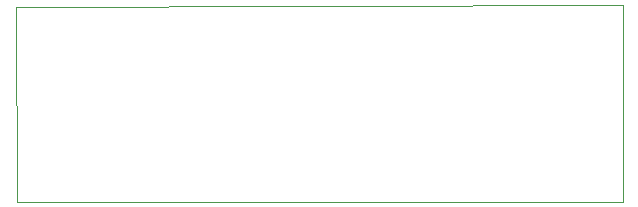
<source format=gbr>
G04 #@! TF.GenerationSoftware,KiCad,Pcbnew,(6.0.0-rc1-dev-305-gf0b8b21)*
G04 #@! TF.CreationDate,2020-01-16T15:25:50-08:00*
G04 #@! TF.ProjectId,29.4MHz_Bandpass_Filter_Rev1,32392E344D487A5F42616E6470617373,rev?*
G04 #@! TF.SameCoordinates,Original*
G04 #@! TF.FileFunction,Profile,NP*
%FSLAX46Y46*%
G04 Gerber Fmt 4.6, Leading zero omitted, Abs format (unit mm)*
G04 Created by KiCad (PCBNEW (6.0.0-rc1-dev-305-gf0b8b21)) date Thursday, January 16, 2020 at 03:25:50 PM*
%MOMM*%
%LPD*%
G01*
G04 APERTURE LIST*
%ADD10C,0.050000*%
G04 APERTURE END LIST*
D10*
X161544000Y-46863000D02*
X110109000Y-46990000D01*
X161544000Y-63500000D02*
X161544000Y-46863000D01*
X110236000Y-63500000D02*
X161544000Y-63500000D01*
X110109000Y-46990000D02*
X110236000Y-63500000D01*
M02*

</source>
